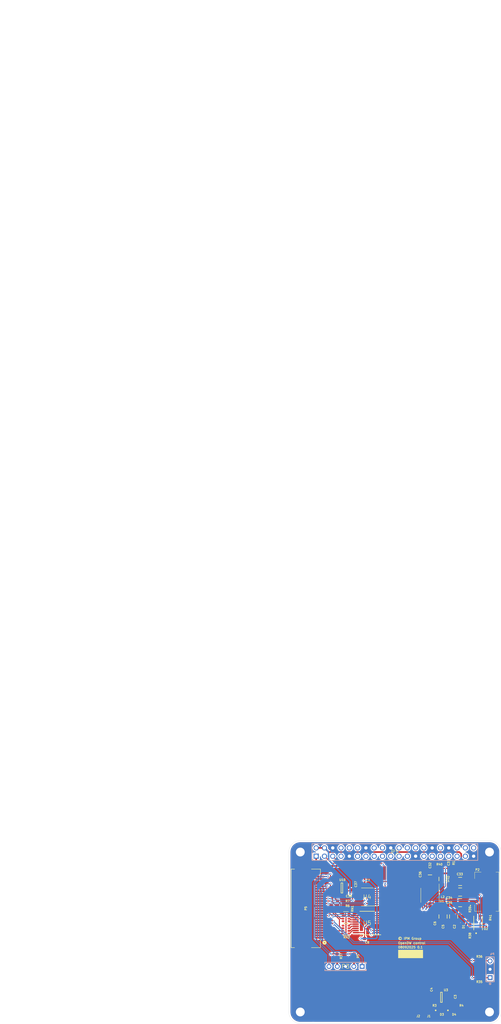
<source format=kicad_pcb>
(kicad_pcb (version 20241229) (generator "pcbnew") (generator_version "9.0")
  (title_block (title "${PRJ_Title}") (date "2025-09-08") (rev "${SCH_Rev}") (company "${ORGANIZATION}") (comment 1 "https://github.com/ipmgroup"))
  (layers (0 "F.Cu" signal "Top Layer") (2 "B.Cu" signal "Bottom Layer") (13 "F.Paste" user "Top Paste") (15 "B.Paste" user "Bottom Paste") (5 "F.SilkS" user "Top Overlay") (7 "B.SilkS" user "Bottom Overlay") (1 "F.Mask" user "Top Solder") (3 "B.Mask" user "Bottom Solder") (25 "Edge.Cuts" user))
  (property "ADDRESS1" "Berlin")
  (property "AUTHOR" "AB")
  (property "CHECKEDBY" "AB")
  (property "DOCUMENTNUMBER" "08092025")
  (property "DRAWNBY" "AB")
  (property "ENGINEER" "AB")
  (property "ORGANIZATION" "© IPM Group")
  (property "PRJ_Title" "OpenDW control")
  (property "SCH_Rev" "0.1")
  (property "SHEETTOTAL" "3")
  (net 0 "")
  (net 1 "IO1")
  (net 2 "IO0")
  (net 3 "A_IN2-")
  (net 4 "A_IN2+")
  (net 5 "A_IN1-")
  (net 6 "A_IN1+")
  (net 7 "3O3")
  (net 8 "EN")
  (net 9 "NetR39_1")
  (net 10 "NetR38_1")
  (net 11 "BIAS")
  (net 12 "NetC32_2")
  (net 13 "FB")
  (net 14 "Vin")
  (net 15 "NetC1_2")
  (net 16 "SW")
  (net 17 "3A3")
  (net 18 "NetD4_2")
  (net 19 "NetD3_2")
  (net 20 "VPP")
  (net 21 "Power_ON")
  (net 22 "NetP3_4")
  (net 23 "NetP3_2")
  (net 24 "NetP4_3")
  (net 25 "NetP4_1")
  (net 26 "IO5")
  (net 27 "IO7")
  (net 28 "IO6")
  (net 29 "NetRN2_8")
  (net 30 "NetRN2_7")
  (net 31 "NetRN2_6")
  (net 32 "NetRN2_5")
  (net 33 "NetRN1_8")
  (net 34 "NetRN1_7")
  (net 35 "NetRN1_6")
  (net 36 "NetRN1_5")
  (net 37 "nCS")
  (net 38 "MOSI")
  (net 39 "ISO_Tx-")
  (net 40 "ISO_Tx+")
  (net 41 "ISO_PWR")
  (net 42 "ISO_GND")
  (net 43 "IO2")
  (net 44 "CLK")
  (net 45 "A_OUT-")
  (net 46 "A_OUT+")
  (net 47 "3D3")
  (net 48 "SDA")
  (net 49 "SCL")
  (net 50 "GND")
  (net 51 "5V")
  (footprint "Library:SOD-123W" (layer "F.Cu") (at 169.5051 100.2536 90)
    (property "Reference" "D1")
    (property "Value" "TSSW3U45 RVG" (hide yes))
  )
  (footprint "Library:CAPC3225X250N" (layer "F.Cu") (at 168.5051 96.0036 180)
    (property "Reference" "C35")
    (property "Value" "22µF" (hide yes))
  )
  (footprint "Library:CAPC2012X135N" (layer "F.Cu") (at 162.0051 88.7536 180)
    (property "Reference" "C1")
    (property "Value" "0.47µF" (hide yes))
  )
  (footprint "Library:CAPC1608X87N" (layer "F.Cu") (at 165.0051 86.2536 -90)
    (property "Reference" "C31")
    (property "Value" "120pF" (hide yes))
  )
  (footprint "Library:LEDC1608X80N G" (layer "F.Cu") (at 166.5051 129.0036)
    (property "Reference" "D4")
    (property "Value" "Green" (hide yes))
  )
  (footprint "Library:RESC1608X55N" (layer "F.Cu") (at 131.7551 97.0036 180)
    (property "Reference" "R6")
    (property "Value" "" (hide yes))
  )
  (footprint "Library:CAPC1608X87N" (layer "F.Cu") (at 135.2551 91.2536 -90)
    (property "Reference" "C37")
    (property "Value" "1µF" (hide yes))
  )
  (footprint "Library:CAC-80P320X160-8N" (layer "F.Cu") (at 133.5051 104.2536)
    (property "Reference" "RN2")
    (property "Value" "EXB-V8V470JV" (hide yes))
  )
  (footprint "Library:MTG270_500" (layer "F.Cu") (at 177.5051 129.5036)
    (property "Reference" "B4" (hide yes))
    (property "Value" "" (hide yes))
  )
  (footprint "Library:MOLEX_5024940470" (layer "F.Cu") (at 175.9051 92.6536 90)
    (property "Reference" "P2")
    (property "Value" "5024940470" (hide yes))
  )
  (footprint "Library:MTG270_500" (layer "F.Cu") (at 177.5051 80.5036)
    (property "Reference" "B2" (hide yes))
    (property "Value" "" (hide yes))
  )
  (footprint "Library:J_pin_2x2" (layer "F.Cu") (at 158.5051 128.5036)
    (property "Reference" "J1")
    (property "Value" "2 way net tie junction" (hide yes))
  )
  (footprint "Library:DBV0005A_N" (layer "F.Cu") (at 162.7551 125.0036 180)
    (property "Reference" "U3")
    (property "Value" "TPS70633DBVR" (hide yes))
  )
  (footprint "Library:MTG270_500" (layer "F.Cu") (at 119.5051 129.5036)
    (property "Reference" "B3" (hide yes))
    (property "Value" "" (hide yes))
  )
  (footprint "Library:J_pin_2x2" (layer "F.Cu") (at 155.5051 128.5036)
    (property "Reference" "J2")
    (property "Value" "2 way net tie junction" (hide yes))
  )
  (footprint "Library:FIDUCIAL_TOP_C100-200" (layer "F.Cu") (at 179.5051 125.5036 90)
    (property "Reference" "FTG2" (hide yes))
    (property "Value" "" (hide yes))
  )
  (footprint "Library:CAPC1608X87N" (layer "F.Cu") (at 165.7551 125.0036 -90)
    (property "Reference" "C3")
    (property "Value" "1µF" (hide yes))
  )
  (footprint "Library:PANASONIC_AQY22(SSOP)" (layer "F.Cu") (at 174.0051 102.2536 90)
    (property "Reference" "U2")
    (property "Value" "PS2911-1-F3-AX" (hide yes))
  )
  (footprint "Library:RESC1608X55N" (layer "F.Cu") (at 171.5051 103.7536 90)
    (property "Reference" "R38")
    (property "Value" "10k" (hide yes))
  )
  (footprint "Library:RESC1608X55N" (layer "F.Cu") (at 130.7551 112.5036 -90)
    (property "Reference" "R37")
    (property "Value" "0 ohm" (hide yes))
  )
  (footprint "Library:MTG270_500" (layer "F.Cu") (at 119.5051 80.5036)
    (property "Reference" "B1" (hide yes))
    (property "Value" "" (hide yes))
  )
  (footprint "Library:RESC1608X55N" (layer "F.Cu") (at 166.5051 127.5036 180)
    (property "Reference" "R4")
    (property "Value" "5k1" (hide yes))
  )
  (footprint "Library:SOP65P640X120-17N" (layer "F.Cu") (at 159.2551 93.7536 -90)
    (property "Reference" "U1")
    (property "Value" "LM53602AQPWPTQ1" (hide yes))
  )
  (footprint "Library:CAPC1608X87N" (layer "F.Cu") (at 157.5051 87.5036 -90)
    (property "Reference" "C36")
    (property "Value" "0.1µF" (hide yes))
  )
  (footprint "Library:CAPC1608X87N" (layer "F.Cu") (at 140.0051 90.5036 180)
    (property "Reference" "C7")
    (property "Value" "" (hide yes))
  )
  (footprint "Library:PW16-L" (layer "F.Cu") (at 140.0051 94.2536 180)
    (property "Reference" "U4")
    (property "Value" "" (hide yes))
  )
  (footprint "Library:CAPC1608X87N" (layer "F.Cu") (at 140.0051 107.0036 180)
    (property "Reference" "C8")
    (property "Value" "" (hide yes))
  )
  (footprint "Library:CAC-80P320X160-8N" (layer "F.Cu") (at 133.5051 100.5036)
    (property "Reference" "RN1")
    (property "Value" "EXB-V8V470JV" (hide yes))
  )
  (footprint "Library:WE-MAIA_3020" (layer "F.Cu") (at 164.0051 91.7536)
    (property "Reference" "L2")
    (property "Value" "2.2 µH" (hide yes))
  )
  (footprint "Library:RESC1608X55N" (layer "F.Cu") (at 166.5051 86.2536 -90)
    (property "Reference" "R1")
    (property "Value" "100k" (hide yes))
  )
  (footprint "Library:CAPC2012X135N" (layer "F.Cu") (at 159.2551 87.5036 -90)
    (property "Reference" "C32")
    (property "Value" "3.3µF" (hide yes))
  )
  (footprint "Library:FIDUCIAL_TOP_C100-200" (layer "F.Cu") (at 123.5051 131.5036 90)
    (property "Reference" "FTG3" (hide yes))
    (property "Value" "" (hide yes))
  )
  (footprint "Library:CAPC1608X87N" (layer "F.Cu") (at 131.7551 94.0036 180)
    (property "Reference" "C38")
    (property "Value" "1µF" (hide yes))
  )
  (footprint "Library:CAPC3225X250N" (layer "F.Cu") (at 168.5051 89.5036 180)
    (property "Reference" "C33")
    (property "Value" "22µF" (hide yes))
  )
  (footprint "Library:CONN_503148_26_MOL" (layer "F.Cu") (at 121.1863 97.7536 -90)
    (property "Reference" "P5")
    (property "Value" "" (hide yes))
  )
  (footprint "Library:RESC1608X55N" (layer "F.Cu") (at 162.7551 127.5036 180)
    (property "Reference" "R3")
    (property "Value" "1k5" (hide yes))
  )
  (footprint "Library:RESC1608X55N" (layer "F.Cu") (at 176.5051 100.7536 90)
    (property "Reference" "R41")
    (property "Value" "15k" (hide yes))
  )
  (footprint "Library:RESC1608X55N" (layer "F.Cu") (at 174.2551 113.7536 180)
    (property "Reference" "R36")
    (property "Value" "0 ohm" (hide yes))
  )
  (footprint "Library:FIDUCIAL_TOP_C100-200" (layer "F.Cu") (at 179.5051 84.5036 90)
    (property "Reference" "FTG1" (hide yes))
    (property "Value" "" (hide yes))
  )
  (footprint "Library:CAPC3225X250N" (layer "F.Cu") (at 168.5051 92.7536 180)
    (property "Reference" "C34")
    (property "Value" "22µF" (hide yes))
  )
  (footprint "Library:RESC1608X55N" (layer "F.Cu") (at 162.0051 87.0036)
    (property "Reference" "R2")
    (property "Value" "3.01 ohm" (hide yes))
  )
  (footprint "Library:RESC1608X55N" (layer "F.Cu") (at 136.0051 112.5036 -90)
    (property "Reference" "R5")
    (property "Value" "" (hide yes))
  )
  (footprint "Library:DBV0005A_N" (layer "F.Cu") (at 132.2551 91.5036 180)
    (property "Reference" "U10")
    (property "Value" "TPS70633DBVR" (hide yes))
  )
  (footprint "Library:LEDC1608X80N G" (layer "F.Cu") (at 162.7551 129.0036)
    (property "Reference" "D3")
    (property "Value" "Green" (hide yes))
  )
  (footprint "Library:CAPC3225X140N" (layer "F.Cu") (at 163.2551 100.2536 90)
    (property "Reference" "C5")
    (property "Value" "10µF" (hide yes))
  )
  (footprint "Library:CAPC1608X87N" (layer "F.Cu") (at 160.7551 100.2536 90)
    (property "Reference" "C6")
    (property "Value" "1800pF" (hide yes))
  )
  (footprint "Library:CAPC3225X140N" (layer "F.Cu") (at 166.5051 100.2536 90)
    (property "Reference" "C2")
    (property "Value" "10µF" (hide yes))
  )
  (footprint "Library:RESC1608X55N" (layer "F.Cu") (at 171.5051 100.7536 -90)
    (property "Reference" "R39")
    (property "Value" "47k" (hide yes))
  )
  (footprint "Library:SOP65P780X200-20N" (layer "F.Cu") (at 140.0051 102.2536 180)
    (property "Reference" "U5")
    (property "Value" "MCP23008-E/SS" (hide yes))
  )
  (footprint "Library:CAPC1608X87N" (layer "F.Cu") (at 159.7551 125.0036 -90)
    (property "Reference" "C4")
    (property "Value" "1µF" (hide yes))
  )
  (footprint "Library:RESC1608X55N" (layer "F.Cu") (at 131.7551 95.5036 180)
    (property "Reference" "R7")
    (property "Value" "" (hide yes))
  )
  (footprint "Library:RESC1608X55N" (layer "F.Cu") (at 162.0051 85.5036)
    (property "Reference" "R40")
    (property "Value" "29k4" (hide yes))
  )
  (footprint "Library:RESC1608X55N" (layer "F.Cu") (at 174.2551 119.0036 180)
    (property "Reference" "R35")
    (property "Value" "0 ohm" (hide yes))
  )
  (footprint "Library:M20-6102045_RPI" (layer "B.Cu") (at 148.5051 80.5036)
    (property "Reference" "P1")
    (property "Value" "" (hide yes))
  )
  (footprint "Library:HDR1X5 75915-405LF" (layer "B.Cu") (at 133.3801 115.5536 180)
    (property "Reference" "P3")
    (property "Value" "" (hide yes))
  )
  (footprint "Library:HDR1X3 0901471103" (layer "B.Cu") (at 177.6801 116.4286 90)
    (property "Reference" "P4")
    (property "Value" "0901471103" (hide yes))
  )
  (gr_rect (start 149.5051 113.0036) (end 157.1251 110.4636) (fill yes) (layer "F.SilkS"))
  (gr_line (start 177.505098 133.003598) (end 177.5051 133.0036) (stroke (width 0.05)) (layer "Edge.Cuts"))
  (gr_line (start 180.997098 80.503601) (end 180.9971 80.5036) (stroke (width 0.05)) (layer "Edge.Cuts"))
  (gr_arc (start 177.505098 77.003602) (mid 179.975972 78.030384) (end 180.997098 80.503601) (stroke (width 0.05)) (layer "Edge.Cuts"))
  (gr_arc (start 116.0051 80.5036) (mid 117.030226 78.028726) (end 119.5051 77.0036) (stroke (width 0.05)) (layer "Edge.Cuts"))
  (gr_line (start 119.5051 77.0036) (end 177.505098 77.003602) (stroke (width 0.05)) (layer "Edge.Cuts"))
  (gr_line (start 177.5051 133.0036) (end 119.5051 133.0036) (stroke (width 0.05)) (layer "Edge.Cuts"))
  (gr_arc (start 180.997098 129.503602) (mid 179.975971 131.976817) (end 177.505098 133.003598) (stroke (width 0.05)) (layer "Edge.Cuts"))
  (gr_arc (start 119.5051 133.0036) (mid 117.030226 131.978474) (end 116.0051 129.5036) (stroke (width 0.05)) (layer "Edge.Cuts"))
  (gr_line (start 116.0051 129.5036) (end 116.0051 80.5036) (stroke (width 0.05)) (layer "Edge.Cuts"))
  (gr_line (start 180.9971 80.5036) (end 180.997098 129.503602) (stroke (width 0.05)) (layer "Edge.Cuts"))
  (gr_text "${DOCUMENTNUMBER} ${SCH_Rev}" (at 149.4 110.08935 0) (layer "F.SilkS") (effects (font (size 0.7 0.7)) (justify left bottom)))
  (gr_text "${ORGANIZATION}" (at 149.4 107.4 0) (layer "F.SilkS") (effects (font (size 0.7 0.7)) (justify left bottom)))
  (gr_text "${PRJ_Title}" (at 149.4 108.8 0) (layer "F.SilkS") (effects (font (size 0.7 0.7)) (justify left bottom)))
  (segment (start 133.4 99.8) (end 133.0964 100.1036) (width 0.3) (layer "F.Cu") (net 1))
  (segment (start 132.50139 98.2) (end 132.8 98.2) (width 0.3) (layer "F.Cu") (net 1))
  (segment (start 129.6 94) (end 129.6 94.1485) (width 0.3) (layer "F.Cu") (net 1))
  (segment (start 133.4 98.8) (end 133.4 99.8) (width 0.3) (layer "F.Cu") (net 1))
  (segment (start 131.8 96.3485) (end 131.8 97.49861) (width 0.3) (layer "F.Cu") (net 1))
  (segment (start 132.8 98.2) (end 133.4 98.8) (width 0.3) (layer "F.Cu") (net 1))
  (segment (start 125.5051 93.2536) (end 128.8536 93.2536) (width 0.3) (layer "F.Cu") (net 1))
  (segment (start 133.0964 100.1036) (end 132.6051 100.1036) (width 0.3) (layer "F.Cu") (net 1))
  (segment (start 129.6 94.1485) (end 130.9551 95.5036) (width 0.3) (layer "F.Cu") (net 1))
  (segment (start 131.8 97.49861) (end 132.50139 98.2) (width 0.3) (layer "F.Cu") (net 1))
  (segment (start 130.9551 95.5036) (end 131.8 96.3485) (width 0.3) (layer "F.Cu") (net 1))
  (segment (start 128.8536 93.2536) (end 129.6 94) (width 0.3) (layer "F.Cu") (net 1))
  (segment (start 130.9551 98.4536) (end 131.8051 99.3036) (width 0.3) (layer "F.Cu") (net 2))
  (segment (start 130.7528 96.8013) (end 130.9551 97.0036) (width 0.3) (layer "F.Cu") (net 2))
  (segment (start 129.4 95.8985) (end 130.3028 96.8013) (width 0.3) (layer "F.Cu") (net 2))
  (segment (start 128.8036 94.0036) (end 129.4 94.6) (width 0.3) (layer "F.Cu") (net 2))
  (segment (start 129.4 94.6) (end 129.4 95.8985) (width 0.3) (layer "F.Cu") (net 2))
  (segment (start 131.8051 99.3036) (end 132.6051 99.3036) (width 0.3) (layer "F.Cu") (net 2))
  (segment (start 130.9551 98.4536) (end 130.9551 97.0036) (width 0.3) (layer "F.Cu") (net 2))
  (segment (start 130.3028 96.8013) (end 130.7528 96.8013) (width 0.3) (layer "F.Cu") (net 2))
  (segment (start 125.5051 94.0036) (end 128.8036 94.0036) (width 0.3) (layer "F.Cu") (net 2))
  (segment (start 129.0551 111.7036) (end 130.7551 111.7036) (width 0.3) (layer "F.Cu") (net 3))
  (segment (start 125.7551 88.0036) (end 128.0051 88.0036) (width 0.3) (layer "F.Cu") (net 3))
  (segment (start 128.0051 88.0036) (end 128.0051 88.0036) (width 0.3) (layer "F.Cu") (net 3))
  (segment (start 129.0051 111.7536) (end 129.0551 111.7036) (width 0.3) (layer "F.Cu") (net 3))
  (via (at 128.0051 88.0036) (size 0.65) (drill 0.3) (layers "F.Cu" "B.Cu") (net 3))
  (via (at 129.0051 111.7536) (size 0.65) (drill 0.3) (layers "F.Cu" "B.Cu") (net 3))
  (segment (start 124.851331 89.251331) (end 124.051 90.051662) (width 0.3) (layer "B.Cu") (net 3))
  (segment (start 124.051 106.7995) (end 129.0051 111.7536) (width 0.3) (layer "B.Cu") (net 3))
  (segment (start 124.051 90.051662) (end 124.051 106.7995) (width 0.3) (layer "B.Cu") (net 3))
  (segment (start 126.09907 88.0036) (end 124.851331 89.251331) (width 0.3) (layer "B.Cu") (net 3))
  (segment (start 128.0051 88.0036) (end 126.09907 88.0036) (width 0.3) (layer "B.Cu") (net 3))
  (segment (start 128.7551 88.138898) (end 128.7551 87.2536) (width 0.3) (layer "F.Cu") (net 4))
  (segment (start 128.140398 88.7536) (end 128.7551 88.138898) (width 0.3) (layer "F.Cu") (net 4))
  (segment (start 125.5051 88.7536) (end 128.140398 88.7536) (width 0.3) (layer "F.Cu") (net 4))
  (via (at 128.7551 87.2536) (size 0.65) (drill 0.3) (layers "F.Cu" "B.Cu") (net 4))
  (segment (start 126.2551 87.2536) (end 126.8 87.2536) (width 0.3) (layer "B.Cu") (net 4))
  (segment (start 128.3001 115.5536) (end 128.3001 111.7986) (width 0.3) (layer "B.Cu") (net 4))
  (segment (start 123.6 107.0985) (end 123.6 89.864849) (width 0.3) (layer "B.Cu") (net 4))
  (segment (start 126.21125 87.2536) (end 126.8 87.2536) (width 0.3) (layer "B.Cu") (net 4))
  (segment (start 128.3001 111.7986) (end 123.6 107.0985) (width 0.3) (layer "B.Cu") (net 4))
  (segment (start 123.6 89.864849) (end 126.21125 87.2536) (width 0.3) (layer "B.Cu") (net 4))
  (segment (start 126.8 87.2536) (end 128.7551 87.2536) (width 0.3) (layer "B.Cu") (net 4))
  (segment (start 128.0051 91.7536) (end 128.7301 91.0286) (width 0.3) (layer "F.Cu") (net 5))
  (segment (start 128.7301 91.0286) (end 128.7301 90.2786) (width 0.3) (layer "F.Cu") (net 5))
  (segment (start 128.7301 90.2786) (end 128.7551 90.2536) (width 0.3) (layer "F.Cu") (net 5))
  (segment (start 134.2551 111.7536) (end 134.3051 111.7036) (width 0.3) (layer "F.Cu") (net 5))
  (segment (start 125.5051 91.7536) (end 128.0051 91.7536) (width 0.3) (layer "F.Cu") (net 5))
  (segment (start 134.3051 111.7036) (end 136.0051 111.7036) (width 0.3) (layer "F.Cu") (net 5))
  (via (at 128.7551 90.2536) (size 0.65) (drill 0.3) (layers "F.Cu" "B.Cu") (net 5))
  (via (at 134.2551 111.7536) (size 0.65) (drill 0.3) (layers "F.Cu" "B.Cu") (net 5))
  (segment (start 125.4 107) (end 125.4 92.473402) (width 0.3) (layer "B.Cu") (net 5))
  (segment (start 125.4 92.473402) (end 127.619802 90.2536) (width 0.3) (layer "B.Cu") (net 5))
  (segment (start 134.2551 111.7536) (end 130.1536 111.7536) (width 0.3) (layer "B.Cu") (net 5))
  (segment (start 127.619802 90.2536) (end 128.7551 90.2536) (width 0.3) (layer "B.Cu") (net 5))
  (segment (start 130.1536 111.7536) (end 125.4 107) (width 0.3) (layer "B.Cu") (net 5))
  (segment (start 125.5051 91.0036) (end 127.7551 91.0036) (width 0.3) (layer "F.Cu") (net 6))
  (via (at 127.7551 91.0036) (size 0.65) (drill 0.3) (layers "F.Cu" "B.Cu") (net 6))
  (segment (start 131.25075 110.94925) (end 131.2 111) (width 0.3) (layer "B.Cu") (net 6))
  (segment (start 125.851 106.81319) (end 125.851 92.9077) (width 0.3) (layer "B.Cu") (net 6))
  (segment (start 136.45075 110.94925) (end 131.25075 110.94925) (width 0.3) (layer "B.Cu") (net 6))
  (segment (start 138.4601 115.5536) (end 138.4601 112.9586) (width 0.3) (layer "B.Cu") (net 6))
  (segment (start 138.4601 112.9586) (end 136.45075 110.94925) (width 0.3) (layer "B.Cu") (net 6))
  (segment (start 130.03781 111) (end 125.851 106.81319) (width 0.3) (layer "B.Cu") (net 6))
  (segment (start 131.2 111) (end 130.03781 111) (width 0.3) (layer "B.Cu") (net 6))
  (segment (start 125.851 92.9077) (end 127.7551 91.0036) (width 0.3) (layer "B.Cu") (net 6))
  (segment (start 130.5051 92.5036) (end 130.5551 92.4536) (width 0.5) (layer "F.Cu") (net 7))
  (segment (start 130.9551 94.0036) (end 130.9551 93.9786) (width 0.5) (layer "F.Cu") (net 7))
  (segment (start 130.5551 93.5786) (end 130.9551 93.9786) (width 0.5) (layer "F.Cu") (net 7))
  (segment (start 130.5551 93.5786) (end 130.5551 92.4536) (width 0.5) (layer "F.Cu") (net 7))
  (segment (start 125.5051 92.5036) (end 130.5051 92.5036) (width 0.5) (layer "F.Cu") (net 7))
  (segment (start 158.0051 98.0036) (end 158.0051 97.93595) (width 0.3) (layer "F.Cu") (net 8))
  (segment (start 158.0051 97.93595) (end 158.2251 97.71595) (width 0.3) (layer "F.Cu") (net 8))
  (segment (start 174.7026 100.0161) (end 176.4426 100.0161) (width 0.3) (layer "F.Cu") (net 8))
  (segment (start 174.6401 100.0786) (end 174.7026 100.0161) (width 0.3) (layer "F.Cu") (net 8))
  (segment (start 174.2 101.2536) (end 174.2751 101.2536) (width 0.3) (layer "F.Cu") (net 8))
  (segment (start 158.2251 96.6786) (end 158.2801 96.6236) (width 0.3) (layer "F.Cu") (net 8))
  (segment (start 174.6401 100.8886) (end 174.6401 100.0786) (width 0.3) (layer "F.Cu") (net 8))
  (segment (start 174.2751 101.2536) (end 174.6401 100.8886) (width 0.3) (layer "F.Cu") (net 8))
  (segment (start 176.4426 100.0161) (end 176.5051 99.9536) (width 0.3) (layer "F.Cu") (net 8))
  (segment (start 158.2251 97.71595) (end 158.2251 96.6786) (width 0.3) (layer "F.Cu") (net 8))
  (via (at 158.0051 98.0036) (size 0.55) (drill 0.25) (layers "F.Cu" "B.Cu") (net 8))
  (via (at 174.2 101.2536) (size 0.55) (drill 0.25) (layers "F.Cu" "B.Cu") (net 8))
  (segment (start 174.2 101.2536) (end 174.2 96.4485) (width 0.3) (layer "B.Cu") (net 8))
  (segment (start 160.7551 95.2536) (end 158.0051 98.0036) (width 0.3) (layer "B.Cu") (net 8))
  (segment (start 174.2 96.4485) (end 173.0051 95.2536) (width 0.3) (layer "B.Cu") (net 8))
  (segment (start 173.0051 95.2536) (end 160.7551 95.2536) (width 0.3) (layer "B.Cu") (net 8))
  (segment (start 171.5676 100.0161) (end 173.3076 100.0161) (width 0.3) (layer "F.Cu") (net 9))
  (segment (start 173.3076 100.0161) (end 173.3701 100.0786) (width 0.3) (layer "F.Cu") (net 9))
  (segment (start 171.5051 99.9536) (end 171.5676 100.0161) (width 0.3) (layer "F.Cu") (net 9))
  (segment (start 171.5676 104.4911) (end 173.3076 104.4911) (width 0.3) (layer "F.Cu") (net 10))
  (segment (start 173.3076 104.4911) (end 173.3701 104.4286) (width 0.3) (layer "F.Cu") (net 10))
  (segment (start 171.5051 104.5536) (end 171.5676 104.4911) (width 0.3) (layer "F.Cu") (net 10))
  (segment (start 160.9014 87.3073) (end 160.91081 87.3073) (width 0.3) (layer "F.Cu") (net 11))
  (segment (start 158.9301 90.8836) (end 158.9301 89.7036) (width 0.3) (layer "F.Cu") (net 11))
  (segment (start 161.2051 87.01301) (end 161.2051 87.0036) (width 0.3) (layer "F.Cu") (net 11))
  (segment (start 160.91081 87.3073) (end 161.2051 87.01301) (width 0.3) (layer "F.Cu") (net 11))
  (segment (start 157.5301 88.3036) (end 158.9301 89.7036) (width 0.3) (layer "F.Cu") (net 11))
  (segment (start 160.7051 87.5036) (end 160.9014 87.3073) (width 0.3) (layer "F.Cu") (net 11))
  (segment (start 157.5301 88.3036) (end 158.3301 87.5036) (width 0.3) (layer "F.Cu") (net 11))
  (segment (start 158.3301 87.5036) (end 160.7051 87.5036) (width 0.3) (layer "F.Cu") (net 11))
  (segment (start 157.5051 88.3036) (end 157.5301 88.3036) (width 0.3) (layer "F.Cu") (net 11))
  (segment (start 159.2551 88.4036) (end 159.5801 88.7286) (width 0.3) (layer "F.Cu") (net 12))
  (segment (start 159.5801 90.8836) (end 159.5801 88.7286) (width 0.3) (layer "F.Cu") (net 12))
  (segment (start 156.9926 97.9911) (end 157.0051 98.0036) (width 0.3) (layer "F.Cu") (net 13))
  (segment (start 162.8051 85.5036) (end 162.8301 85.4786) (width 0.3) (layer "F.Cu") (net 13))
  (segment (start 156.9801 96.6236) (end 156.9926 96.6361) (width 0.3) (layer "F.Cu") (net 13))
  (segment (start 162.8051 85.5036) (end 164.0051 85.5036) (width 0.3) (layer "F.Cu") (net 13))
  (segment (start 166.4301 85.4786) (end 166.4551 85.5036) (width 0.3) (layer "F.Cu") (net 13))
  (segment (start 166.4551 85.5036) (end 166.5051 85.4536) (width 0.3) (layer "F.Cu") (net 13))
  (segment (start 156.9926 97.9911) (end 156.9926 96.6361) (width 0.3) (layer "F.Cu") (net 13))
  (segment (start 164.0051 85.5036) (end 164.0301 85.4786) (width 0.3) (layer "F.Cu") (net 13))
  (segment (start 164.0301 85.4786) (end 166.4301 85.4786) (width 0.3) (layer "F.Cu") (net 13))
  (via (at 164.0051 85.5036) (size 0.55) (drill 0.25) (layers "F.Cu" "B.Cu") (net 13))
  (via (at 157.0051 98.0036) (size 0.55) (drill 0.25) (layers "F.Cu" "B.Cu") (net 13))
  (segment (start 157.0051 98.0036) (end 164.0051 91.0036) (width 0.3) (layer "B.Cu") (net 13))
  (segment (start 164.0051 91.0036) (end 164.0051 85.5036) (width 0.3) (layer "B.Cu") (net 13))
  (segment (start 167.58195 99.73045) (end 169.5051 101.6536) (width 0.5) (layer "F.Cu") (net 14))
  (segment (start 166.5051 98.7536) (end 167.2598 98.7536) (width 0.5) (layer "F.Cu") (net 14))
  (segment (start 169.5551 101.6036) (end 171.4551 101.6036) (width 0.3) (layer "F.Cu") (net 14))
  (segment (start 171.5051 102.9536) (end 171.5051 101.5536) (width 0.3) (layer "F.Cu") (net 14))
  (segment (start 171.4551 101.6036) (end 171.5051 101.5536) (width 0.3) (layer "F.Cu") (net 14))
  (segment (start 167.58195 99.73045) (end 167.58195 99.07575) (width 0.5) (layer "F.Cu") (net 14))
  (segment (start 169.5051 101.6536) (end 169.5551 101.6036) (width 0.3) (layer "F.Cu") (net 14))
  (segment (start 167.2598 98.7536) (end 167.58195 99.07575) (width 0.5) (layer "F.Cu") (net 14))
  (segment (start 160.7301 89.3036) (end 161.1051 88.9286) (width 0.3) (layer "F.Cu") (net 15))
  (segment (start 161.1051 88.9286) (end 161.1051 88.7536) (width 0.3) (layer "F.Cu") (net 15))
  (segment (start 160.2301 89.6486) (end 160.5751 89.3036) (width 0.3) (layer "F.Cu") (net 15))
  (segment (start 160.2301 90.8836) (end 160.2301 89.6486) (width 0.3) (layer "F.Cu") (net 15))
  (segment (start 160.5751 89.3036) (end 160.7301 89.3036) (width 0.3) (layer "F.Cu") (net 15))
  (segment (start 158.5051 128.5036) (end 159.7551 127.2536) (width 0.5) (layer "F.Cu") (net 17))
  (segment (start 159.7551 127.2536) (end 159.7551 125.8036) (width 0.5) (layer "F.Cu") (net 17))
  (segment (start 161.5551 127.0536) (end 161.5551 125.9536) (width 0.5) (layer "F.Cu") (net 17))
  (segment (start 161.5551 127.0536) (end 161.9551 127.4536) (width 0.5) (layer "F.Cu") (net 17))
  (segment (start 161.9551 127.5036) (end 161.9551 127.4536) (width 0.5) (layer "F.Cu") (net 17))
  (segment (start 159.9551 126.0036) (end 161.5051 126.0036) (width 0.5) (layer "F.Cu") (net 17))
  (segment (start 161.5051 126.0036) (end 161.5551 125.9536) (width 0.5) (layer "F.Cu") (net 17))
  (segment (start 159.7551 125.8036) (end 159.9551 126.0036) (width 0.5) (layer "F.Cu") (net 17))
  (segment (start 167.3051 129.0036) (end 167.3051 127.5036) (width 0.3) (layer "F.Cu") (net 18))
  (segment (start 163.5551 129.0036) (end 163.5551 127.5036) (width 0.3) (layer "F.Cu") (net 19))
  (segment (start 172.5051 95.5036) (end 173.3551 95.5036) (width 0.5) (layer "F.Cu") (net 20))
  (segment (start 172.2551 97.3536) (end 172.2551 95.7536) (width 0.5) (layer "F.Cu") (net 20))
  (segment (start 169.5051 98.8536) (end 170.7551 98.8536) (width 0.5) (layer "F.Cu") (net 20))
  (segment (start 170.7551 98.8536) (end 172.2551 97.3536) (width 0.5) (layer "F.Cu") (net 20))
  (segment (start 172.2551 95.7536) (end 172.5051 95.5036) (width 0.5) (layer "F.Cu") (net 20))
  (segment (start 172.7551 93.6536) (end 174.6536 93.6536) (width 0.3) (layer "F.Cu") (net 21))
  (segment (start 174.6401 104.4286) (end 174.6401 102.43452) (width 0.3) (layer "F.Cu") (net 21))
  (segment (start 174.6401 102.3437) (end 174.6 102.3036) (width 0.3) (layer "F.Cu") (net 21))
  (segment (start 174.6536 93.6536) (end 174.8 93.8) (width 0.3) (layer "F.Cu") (net 21))
  (segment (start 174.6401 102.43452) (end 174.6401 102.3437) (width 0.3) (layer "F.Cu") (net 21))
  (via (at 174.8 93.8) (size 0.6) (drill 0.3) (layers "F.Cu" "B.Cu") (net 21))
  (via (at 174.6 102.3036) (size 0.6) (drill 0.3) (layers "F.Cu" "B.Cu") (net 21))
  (segment (start 174.6 102.3036) (end 174.8 102.1036) (width 0.3) (layer "B.Cu") (net 21))
  (segment (start 174.8 102.1036) (end 174.8 93.8) (width 0.3) (layer "B.Cu") (net 21))
  (segment (start 130.7976 115.5111) (end 130.7976 113.3461) (width 0.5) (layer "F.Cu") (net 22))
  (segment (start 130.7551 113.3036) (end 130.7976 113.3461) (width 0.5) (layer "F.Cu") (net 22))
  (segment (start 130.7976 115.5111) (end 130.8401 115.5536) (width 0.5) (layer "F.Cu") (net 22))
  (segment (start 135.9626 113.3461) (end 136.0051 113.3036) (width 0.5) (layer "F.Cu") (net 23))
  (segment (start 135.9626 115.5111) (end 135.9626 113.3461) (width 0.5) (layer "F.Cu") (net 23))
  (segment (start 135.9201 115.5536) (end 135.9626 115.5111) (width 0.5) (layer "F.Cu") (net 23))
  (segment (start 175.0551 113.7536) (end 175.1226 113.8211) (width 0.3) (layer "F.Cu") (net 24))
  (segment (start 177.6126 113.8211) (end 177.6801 113.8886) (width 0.3) (layer "F.Cu") (net 24))
  (segment (start 175.1226 113.8211) (end 177.6126 113.8211) (width 0.3) (layer "F.Cu") (net 24))
  (segment (start 177.6451 119.0036) (end 177.6801 118.9686) (width 0.3) (layer "F.Cu") (net 25))
  (segment (start 175.0551 119.0036) (end 177.6451 119.0036) (width 0.3) (layer "F.Cu") (net 25))
  (segment (start 128.84656 98.5036) (end 131.5051 101.16214) (width 0.3) (layer "F.Cu") (net 26))
  (segment (start 132.03967 103.78817) (end 132.53967 103.78817) (width 0.3) (layer "F.Cu") (net 26))
  (segment (start 132.53967 103.78817) (end 132.6051 103.8536) (width 0.3) (layer "F.Cu") (net 26))
  (segment (start 131.5051 103.2536) (end 132.03967 103.78817) (width 0.3) (layer "F.Cu") (net 26))
  (segment (start 131.5051 103.2536) (end 131.5051 101.16214) (width 0.3) (layer "F.Cu") (net 26))
  (segment (start 125.5051 98.5036) (end 128.84656 98.5036) (width 0.3) (layer "F.Cu") (net 26))
  (segment (start 128.5051 103.7536) (end 130.2051 105.4536) (width 0.3) (layer "F.Cu") (net 27))
  (segment (start 130.2051 105.4536) (end 132.6051 105.4536) (width 0.3) (layer "F.Cu") (net 27))
  (segment (start 125.5051 103.7536) (end 128.5051 103.7536) (width 0.3) (layer "F.Cu") (net 27))
  (segment (start 125.5051 103.0036) (end 128.5051 103.0036) (width 0.3) (layer "F.Cu") (net 28))
  (segment (start 128.5051 103.0036) (end 130.1551 104.6536) (width 0.3) (layer "F.Cu") (net 28))
  (segment (start 130.1551 104.6536) (end 132.6051 104.6536) (width 0.3) (layer "F.Cu") (net 28))
  (segment (start 134.8801 102.5786) (end 134.4051 103.0536) (width 0.3) (layer "F.Cu") (net 29))
  (segment (start 136.5051 102.5786) (end 134.8801 102.5786) (width 0.3) (layer "F.Cu") (net 29))
  (segment (start 136.5051 103.2286) (end 135.254044 103.2286) (width 0.3) (layer "F.Cu") (net 30))
  (segment (start 134.629044 103.8536) (end 134.4051 103.8536) (width 0.3) (layer "F.Cu") (net 30))
  (segment (start 135.254044 103.2286) (end 134.629044 103.8536) (width 0.3) (layer "F.Cu") (net 30))
  (segment (start 135.566234 103.8786) (end 134.791234 104.6536) (width 0.3) (layer "F.Cu") (net 31))
  (segment (start 134.791234 104.6536) (end 134.4051 104.6536) (width 0.3) (layer "F.Cu") (net 31))
  (segment (start 136.5051 103.8786) (end 135.566234 103.8786) (width 0.3) (layer "F.Cu") (net 31))
  (segment (start 134.629044 105.4536) (end 134.4051 105.4536) (width 0.3) (layer "F.Cu") (net 32))
  (segment (start 136.5051 104.5286) (end 135.554044 104.5286) (width 0.3) (layer "F.Cu") (net 32))
  (segment (start 135.554044 104.5286) (end 134.629044 105.4536) (width 0.3) (layer "F.Cu") (net 32))
  (segment (start 134.629044 99.3036) (end 134.4051 99.3036) (width 0.3) (layer "F.Cu") (net 33))
  (segment (start 135.304044 99.9786) (end 134.629044 99.3036) (width 0.3) (layer "F.Cu") (net 33))
  (segment (start 136.5051 99.9786) (end 135.304044 99.9786) (width 0.3) (layer "F.Cu") (net 33))
  (segment (start 136.5051 100.6286) (end 135.154044 100.6286) (width 0.3) (layer "F.Cu") (net 34))
  (segment (start 134.629044 100.1036) (end 134.4051 100.1036) (width 0.3) (layer "F.Cu") (net 34))
  (segment (start 135.154044 100.6286) (end 134.629044 100.1036) (width 0.3) (layer "F.Cu") (net 34))
  (segment (start 136.5051 101.2786) (end 135.004044 101.2786) (width 0.3) (layer "F.Cu") (net 35))
  (segment (start 134.629044 100.9036) (end 134.4051 100.9036) (width 0.3) (layer "F.Cu") (net 35))
  (segment (start 135.004044 101.2786) (end 134.629044 100.9036) (width 0.3) (layer "F.Cu") (net 35))
  (segment (start 136.5051 101.9286) (end 134.6301 101.9286) (width 0.3) (layer "F.Cu") (net 36))
  (segment (start 134.6301 101.9286) (end 134.4051 101.7036) (width 0.3) (layer "F.Cu") (net 36))
  (segment (start 139.5051 96.2536) (end 140.84981 96.2536) (width 0.3) (layer "F.Cu") (net 37))
  (segment (start 141.12481 96.5286) (end 143.0237 96.5286) (width 0.3) (layer "F.Cu") (net 37))
  (segment (start 125.5051 96.2536) (end 128.0051 96.2536) (width 0.3) (layer "F.Cu") (net 37))
  (segment (start 140.84981 96.2536) (end 141.12481 96.5286) (width 0.3) (layer "F.Cu") (net 37))
  (via (at 139.5051 96.2536) (size 0.65) (drill 0.3) (layers "F.Cu" "B.Cu") (net 37))
  (via (at 128.0051 96.2536) (size 0.65) (drill 0.3) (layers "F.Cu" "B.Cu") (net 37))
  (segment (start 128.1515 96.4) (end 139.3587 96.4) (width 0.3) (layer "B.Cu") (net 37))
  (segment (start 139.3587 96.4) (end 139.5051 96.2536) (width 0.3) (layer "B.Cu") (net 37))
  (segment (start 128.0051 96.2536) (end 128.1515 96.4) (width 0.3) (layer "B.Cu") (net 37))
  (segment (start 139.5051 95.0036) (end 141.2301 93.2786) (width 0.3) (layer "F.Cu") (net 38))
  (segment (start 125.5051 95.5036) (end 128.7551 95.5036) (width 0.3) (layer "F.Cu") (net 38))
  (segment (start 141.2301 93.2786) (end 143.0237 93.2786) (width 0.3) (layer "F.Cu") (net 38))
  (via (at 139.5051 95.0036) (size 0.65) (drill 0.3) (layers "F.Cu" "B.Cu") (net 38))
  (via (at 128.7551 95.5036) (size 0.65) (drill 0.3) (layers "F.Cu" "B.Cu") (net 38))
  (segment (start 129.1311 95.8796) (end 138.6291 95.8796) (width 0.3) (layer "B.Cu") (net 38))
  (segment (start 138.6291 95.8796) (end 139.5051 95.0036) (width 0.3) (layer "B.Cu") (net 38))
  (segment (start 128.7551 95.5036) (end 129.1311 95.8796) (width 0.3) (layer "B.Cu") (net 38))
  (segment (start 125.5051 97.7536) (end 128.7551 97.7536) (width 0.3) (layer "F.Cu") (net 43))
  (segment (start 131.9051 100.9036) (end 132.6051 100.9036) (width 0.3) (layer "F.Cu") (net 43))
  (segment (start 128.7551 97.7536) (end 131.9051 100.9036) (width 0.3) (layer "F.Cu") (net 43))
  (segment (start 135.5051 95.2536) (end 135.5051 94.0036) (width 0.3) (layer "F.Cu") (net 44))
  (segment (start 125.5051 94.7536) (end 128.0051 94.7536) (width 0.3) (layer "F.Cu") (net 44))
  (segment (start 135.5051 94.0036) (end 136.2301 93.2786) (width 0.3) (layer "F.Cu") (net 44))
  (segment (start 136.2301 93.2786) (end 137.4865 93.2786) (width 0.3) (layer "F.Cu") (net 44))
  (via (at 128.0051 94.7536) (size 0.65) (drill 0.3) (layers "F.Cu" "B.Cu") (net 44))
  (via (at 135.5051 95.2536) (size 0.65) (drill 0.3) (layers "F.Cu" "B.Cu") (net 44))
  (segment (start 129.5051 95.2536) (end 135.5051 95.2536) (width 0.3) (layer "B.Cu") (net 44))
  (segment (start 129.0051 94.7536) (end 129.5051 95.2536) (width 0.3) (layer "B.Cu") (net 44))
  (segment (start 128.0051 94.7536) (end 129.0051 94.7536) (width 0.3) (layer "B.Cu") (net 44))
  (segment (start 172.2551 113.7536) (end 173.4551 113.7536) (width 0.3) (layer "F.Cu") (net 45))
  (segment (start 129.5051 101.5036) (end 129.7551 101.7536) (width 0.3) (layer "F.Cu") (net 45))
  (segment (start 125.5051 101.5036) (end 129.5051 101.5036) (width 0.3) (layer "F.Cu") (net 45))
  (via (at 129.7551 101.7536) (size 0.65) (drill 0.3) (layers "F.Cu" "B.Cu") (net 45))
  (via (at 172.2551 113.7536) (size 0.65) (drill 0.3) (layers "F.Cu" "B.Cu") (net 45))
  (segment (start 171.2551 113.7536) (end 172.2551 113.7536) (width 0.3) (layer "B.Cu") (net 45))
  (segment (start 165.5051 108.0036) (end 171.2551 113.7536) (width 0.3) (layer "B.Cu") (net 45))
  (segment (start 136.0051 108.0036) (end 165.5051 108.0036) (width 0.3) (layer "B.Cu") (net 45))
  (segment (start 129.7551 101.7536) (end 136.0051 108.0036) (width 0.3) (layer "B.Cu") (net 45))
  (segment (start 129.2551 102.2536) (end 129.7551 102.7536) (width 0.3) (layer "F.Cu") (net 46))
  (segment (start 172.2551 119.0036) (end 173.4551 119.0036) (width 0.3) (layer "F.Cu") (net 46))
  (segment (start 125.5051 102.2536) (end 129.2551 102.2536) (width 0.3) (layer "F.Cu") (net 46))
  (via (at 129.7551 102.7536) (size 0.65) (drill 0.3) (layers "F.Cu" "B.Cu") (net 46))
  (via (at 172.2551 119.0036) (size 0.65) (drill 0.3) (layers "F.Cu" "B.Cu") (net 46))
  (segment (start 165.0051 108.5036) (end 172.2551 115.7536) (width 0.3) (layer "B.Cu") (net 46))
  (segment (start 129.82207 102.82057) (end 130.07207 102.82057) (width 0.3) (layer "B.Cu") (net 46))
  (segment (start 129.7551 102.7536) (end 129.82207 102.82057) (width 0.3) (layer "B.Cu") (net 46))
  (segment (start 130.07207 102.82057) (end 135.7551 108.5036) (width 0.3) (layer "B.Cu") (net 46))
  (segment (start 135.7551 108.5036) (end 165.0051 108.5036) (width 0.3) (layer "B.Cu") (net 46))
  (segment (start 172.2551 119.0036) (end 172.2551 115.7536) (width 0.3) (layer "B.Cu") (net 46))
  (segment (start 124.3751 83.3736) (end 124.3751 81.7736) (width 0.5) (layer "F.Cu") (net 47))
  (segment (start 139.2051 105.2786) (end 139.2051 103.5536) (width 0.3) (layer "F.Cu") (net 47))
  (segment (start 124.3751 83.3736) (end 125.7551 84.7536) (width 0.5) (layer "F.Cu") (net 47))
  (segment (start 137.2365 93.9286) (end 138.8301 93.9286) (width 0.3) (layer "F.Cu") (net 47))
  (segment (start 139.2051 103.5536) (end 140.8301 101.9286) (width 0.3) (layer "F.Cu") (net 47))
  (segment (start 136.5051 105.1786) (end 139.1051 105.1786) (width 0.3) (layer "F.Cu") (net 47))
  (segment (start 138.8301 93.9286) (end 139.2551 93.5036) (width 0.3) (layer "F.Cu") (net 47))
  (segment (start 139.1051 105.1786) (end 139.2051 105.2786) (width 0.3) (layer "F.Cu") (net 47))
  (segment (start 139.2051 107.0036) (end 139.2051 105.2786) (width 0.3) (layer "F.Cu") (net 47))
  (segment (start 139.2551 93.5036) (end 139.2551 90.5536) (width 0.3) (layer "F.Cu") (net 47))
  (segment (start 140.8301 101.9286) (end 143.5051 101.9286) (width 0.3) (layer "F.Cu") (net 47))
  (segment (start 139.2051 90.5036) (end 139.2551 90.5536) (width 0.3) (layer "F.Cu") (net 47))
  (segment (start 125.7551 84.7536) (end 135.7551 84.7536) (width 0.5) (layer "F.Cu") (net 47))
  (segment (start 139.2051 90.5036) (end 139.2051 88.2036) (width 0.5) (layer "F.Cu") (net 47))
  (segment (start 135.7551 84.7536) (end 139.2051 88.2036) (width 0.5) (layer "F.Cu") (net 47))
  (segment (start 138.0051 107.0036) (end 139.2051 107.0036) (width 0.5) (layer "F.Cu") (net 47))
  (via (at 139.2551 89.2536) (size 0.65) (drill 0.3) (layers "F.Cu" "B.Cu") (net 47))
  (via (at 138.0051 107.0036) (size 0.65) (drill 0.3) (layers "F.Cu" "B.Cu") (net 47))
  (segment (start 142.7122 107.0036) (end 143.0051 106.7107) (width 0.5) (layer "B.Cu") (net 47))
  (segment (start 143.0051 106.7107) (end 143.0051 91.5036) (width 0.5) (layer "B.Cu") (net 47))
  (segment (start 139.2551 89.2536) (end 140.7551 89.2536) (width 0.5) (layer "B.Cu") (net 47))
  (segment (start 138.0051 107.0036) (end 142.7122 107.0036) (width 0.5) (layer "B.Cu") (net 47))
  (segment (start 140.7551 89.2536) (end 143.0051 91.5036) (width 0.5) (layer "B.Cu") (net 47))
  (segment (start 129.07842 83.93692) (end 144.33018 83.93692) (width 0.25) (layer "F.Cu") (net 48))
  (segment (start 141.2551 104.5036) (end 141.2676 104.5161) (width 0.25) (layer "F.Cu") (net 48))
  (segment (start 145.5051 92.7536) (end 145.5051 90.5036) (width 0.25) (layer "F.Cu") (net 48))
  (segment (start 143.4926 104.5161) (end 143.5051 104.5286) (width 0.25) (layer "F.Cu") (net 48))
  (segment (start 142.7737 92.6286) (end 145.3801 92.6286) (width 0.25) (layer "F.Cu") (net 48))
  (segment (start 144.64686 84.2536) (end 144.7551 84.2536) (width 0.25) (layer "F.Cu") (net 48))
  (segment (start 144.33018 83.93692) (end 144.64686 84.2536) (width 0.25) (layer "F.Cu") (net 48))
  (segment (start 141.2676 104.5161) (end 143.4926 104.5161) (width 0.25) (layer "F.Cu") (net 48))
  (segment (start 143.5051 104.5286) (end 144.9801 104.5286) (width 0.25) (layer "F.Cu") (net 48))
  (segment (start 145.5051 104.0036) (end 145.5051 92.7536) (width 0.25) (layer "F.Cu") (net 48))
  (segment (start 125.5051 100.0036) (end 128.2551 100.0036) (width 0.25) (layer "F.Cu") (net 48))
  (segment (start 145.3801 92.6286) (end 145.5051 92.7536) (width 0.25) (layer "F.Cu") (net 48))
  (segment (start 126.9151 81.7736) (end 129.07842 83.93692) (width 0.25) (layer "F.Cu") (net 48))
  (segment (start 144.9801 104.5286) (end 145.5051 104.0036) (width 0.25) (layer "F.Cu") (net 48))
  (via (at 141.2551 104.5036) (size 0.65) (drill 0.3) (layers "F.Cu" "B.Cu") (net 48))
  (via (at 145.5051 90.5036) (size 0.65) (drill 0.3) (layers "F.Cu" "B.Cu") (net 48))
  (via (at 128.2551 100.0036) (size 0.65) (drill 0.3) (layers "F.Cu" "B.Cu") (net 48))
  (via (at 144.7551 84.2536) (size 0.65) (drill 0.3) (layers "F.Cu" "B.Cu") (net 48))
  (segment (start 128.6061 99.6526) (end 136.4041 99.6526) (width 0.25) (layer "B.Cu") (net 48))
  (segment (start 144.7551 84.2536) (end 145.5051 85.0036) (width 0.25) (layer "B.Cu") (net 48))
  (segment (start 145.5051 90.5036) (end 145.5051 85.0036) (width 0.25) (layer "B.Cu") (net 48))
  (segment (start 128.2551 100.0036) (end 128.6061 99.6526) (width 0.25) (layer "B.Cu") (net 48))
  (segment (start 136.4041 99.6526) (end 141.2551 104.5036) (width 0.25) (layer "B.Cu") (net 48))
  (segment (start 143.7551 90.7671) (end 145.0186 89.5036) (width 0.25) (layer "F.Cu") (net 49))
  (segment (start 141.8301 105.1786) (end 143.5051 105.1786) (width 0.25) (layer "F.Cu") (net 49))
  (segment (start 129.4551 81.7736) (end 131.1851 83.5036) (width 0.25) (layer "F.Cu") (net 49))
  (segment (start 142.7737 91.9786) (end 143.3071 91.9786) (width 0.25) (layer "F.Cu") (net 49))
  (segment (start 143.3071 91.9786) (end 143.7551 91.5306) (width 0.25) (layer "F.Cu") (net 49))
  (segment (start 143.5051 105.1786) (end 144.94291 105.1786) (width 0.25) (layer "F.Cu") (net 49))
  (segment (start 141.2551 105.7536) (end 141.8301 105.1786) (width 0.25) (layer "F.Cu") (net 49))
  (segment (start 125.5051 99.2536) (end 128.5051 99.2536) (width 0.25) (layer "F.Cu") (net 49))
  (segment (start 128.5051 99.2536) (end 129.5051 100.2536) (width 0.25) (layer "F.Cu") (net 49))
  (segment (start 146.2551 103.86641) (end 146.2551 89.5036) (width 0.25) (layer "F.Cu") (net 49))
  (segment (start 131.1851 83.5036) (end 145.0051 83.5036) (width 0.25) (layer "F.Cu") (net 49))
  (segment (start 146.2551 89.5036) (end 146.2551 84.7536) (width 0.25) (layer "F.Cu") (net 49))
  (segment (start 143.7551 91.5306) (end 143.7551 90.7671) (width 0.25) (layer "F.Cu") (net 49))
  (segment (start 144.94291 105.1786) (end 146.2551 103.86641) (width 0.25) (layer "F.Cu") (net 49))
  (segment (start 145.0051 83.5036) (end 146.2551 84.7536) (width 0.25) (layer "F.Cu") (net 49))
  (segment (start 145.0186 89.5036) (end 146.2551 89.5036) (width 0.25) (layer "F.Cu") (net 49))
  (via (at 129.5051 100.2536) (size 0.65) (drill 0.3) (layers "F.Cu" "B.Cu") (net 49))
  (via (at 141.2551 105.7536) (size 0.65) (drill 0.3) (layers "F.Cu" "B.Cu") (net 49))
  (segment (start 135.7551 100.2536) (end 141.2551 105.7536) (width 0.25) (layer "B.Cu") (net 49))
  (segment (start 129.5051 100.2536) (end 135.7551 100.2536) (width 0.25) (layer "B.Cu") (net 49))
  (segment (start 168.2551 80.5036) (end 168.8301 81.0786) (width 0.5) (layer "F.Cu") (net 51))
  (segment (start 162.8051 87.0036) (end 162.8301 87.0286) (width 0.5) (layer "F.Cu") (net 51))
  (segment (start 162.8301 87.0286) (end 164.9801 87.0286) (width 0.5) (layer "F.Cu") (net 51))
  (segment (start 165.7051 127.5036) (end 165.7301 127.4786) (width 0.3) (layer "F.Cu") (net 51))
  (segment (start 135.0301 92.2786) (end 135.2551 92.0536) (width 0.3) (layer "F.Cu") (net 51))
  (segment (start 132.672 92.42049) (end 133.42199 92.42049) (width 0.3) (layer "F.Cu") (net 51))
  (segment (start 162.9551 125.67786) (end 162.9551 124.22934) (width 0.3) (layer "F.Cu") (net 51))
  (segment (start 162.9551 125.67786) (end 163.23084 125.9536) (width 0.3) (layer "F.Cu") (net 51))
  (segment (start 165.7301 127.4786) (end 165.7301 125.8286) (width 0.3) (layer "F.Cu") (net 51))
  (segment (start 168.8301 85.6786) (end 168.8301 81.0786) (width 0.5) (layer "F.Cu") (net 51))
  (segment (start 128.1851 80.5036) (end 168.2551 80.5036) (width 0.5) (layer "F.Cu") (net 51))
  (segment (start 133.42199 92.42049) (end 133.4551 92.4536) (width 0.3) (layer "F.Cu") (net 51))
  (segment (start 167.2551 87.2536) (end 168.8301 85.6786) (width 0.5) (layer "F.Cu") (net 51))
  (segment (start 176.5051 105.0036) (end 176.5051 103.0036) (width 0.5) (layer "F.Cu") (net 51))
  (segment (start 164.0301 125.8786) (end 165.6801 125.8786) (width 0.3) (layer "F.Cu") (net 51))
  (segment (start 132.2551 91.0036) (end 132.672 90.5867) (width 0.3) (layer "F.Cu") (net 51))
  (segment (start 175.2051 125.8036) (end 179.5051 121.5036) (width 0.5) (layer "F.Cu") (net 51))
  (segment (start 135.0301 92.3786) (end 135.0301 92.2786) (width 0.3) (layer "F.Cu") (net 51))
  (segment (start 132.2551 92.00359) (end 132.2551 91.0036) (width 0.3) (layer "F.Cu") (net 51))
  (segment (start 163.9551 125.9536) (end 164.0301 125.8786) (width 0.3) (layer "F.Cu") (net 51))
  (segment (start 165.7551 125.8036) (end 175.2051 125.8036) (width 0.5) (layer "F.Cu") (net 51))
  (segment (start 134.7551 93.2536) (end 135.0301 92.9786) (width 0.3) (layer "F.Cu") (net 51))
  (segment (start 133.5301 92.3786) (end 135.0301 92.3786) (width 0.3) (layer "F.Cu") (net 51))
  (segment (start 176.5051 105.0036) (end 179.5051 108.0036) (width 0.5) (layer "F.Cu") (net 51))
  (segment (start 133.4551 92.4536) (end 133.5301 92.3786) (width 0.3) (layer "F.Cu") (net 51))
  (segment (start 126.9151 79.2336) (end 128.1851 80.5036) (width 0.5) (layer "F.Cu") (net 51))
  (segment (start 132.2551 92.00359) (end 132.672 92.42049) (width 0.3) (layer "F.Cu") (net 51))
  (segment (start 132.672 90.5867) (end 133.422 90.5867) (width 0.3) (layer "F.Cu") (net 51))
  (segment (start 165.6801 125.8786) (end 165.7301 125.8286) (width 0.3) (layer "F.Cu") (net 51))
  (segment (start 135.1801 92.3786) (end 135.2551 92.3036) (width 0.3) (layer "F.Cu") (net 51))
  (segment (start 135.0301 92.9786) (end 135.0301 92.3786) (width 0.3) (layer "F.Cu") (net 51))
  (segment (start 164.9801 87.0286) (end 165.0051 87.0536) (width 0.5) (layer "F.Cu") (net 51))
  (segment (start 165.7301 125.8286) (end 165.7551 125.8036) (width 0.3) (layer "F.Cu") (net 51))
  (segment (start 163.23084 125.9536) (end 163.9551 125.9536) (width 0.3) (layer "F.Cu") (net 51))
  (segment (start 163.13084 124.0536) (end 163.9551 124.0536) (width 0.3) (layer "F.Cu") (net 51))
  (segment (start 135.0301 92.3786) (end 135.1801 92.3786) (width 0.3) (layer "F.Cu") (net 51))
  (segment (start 124.3751 79.2336) (end 126.9151 79.2336) (width 0.5) (layer "F.Cu") (net 51))
  (segment (start 133.422 90.5867) (end 133.4551 90.5536) (width 0.3) (layer "F.Cu") (net 51))
  (segment (start 162.9551 124.22934) (end 163.13084 124.0536) (width 0.3) (layer "F.Cu") (net 51))
  (segment (start 179.5051 121.5036) (end 179.5051 108.0036) (width 0.5) (layer "F.Cu") (net 51))
  (via (at 134.7551 93.2536) (size 0.65) (drill 0.3) (layers "F.Cu" "B.Cu") (net 51))
  (via (at 165.2551 96.7536) (size 0.55) (drill 0.25) (layers "F.Cu" "B.Cu") (net 51))
  (via (at 176.5051 103.0036) (size 0.55) (drill 0.25) (layers "F.Cu" "B.Cu") (net 51))
  (segment (start 126.9851 79.2336) (end 128.1801 80.4286) (width 0.5) (layer "B.Cu") (net 51))
  (segment (start 134.7551 93.2536) (end 134.7551 89.5036) (width 0.5) (layer "B.Cu") (net 51))
  (segment (start 165.2551 96.7536) (end 171.5051 103.0036) (width 0.5) (layer "B.Cu") (net 51))
  (segment (start 126.9151 79.2336) (end 126.9851 79.2336) (width 0.5) (layer "B.Cu") (net 51))
  (segment (start 128.1801 82.9286) (end 128.1801 80.4286) (width 0.5) (layer "B.Cu") (net 51))
  (segment (start 128.1801 82.9286) (end 134.7551 89.5036) (width 0.5) (layer "B.Cu") (net 51))
  (segment (start 171.5051 103.0036) (end 176.5051 103.0036) (width 0.5) (layer "B.Cu") (net 51))
  (zone (net 50) (net_name "GND") (layer "F.Cu") (connect_pads yes (clearance 0.35)) (min_thickness 0.25) (fill yes (thermal_gap 0.254) (thermal_bridge_width 0.254))
    (polygon (pts (xy 115.93571 77.22524) (xy 180.93571 77.22524) (xy 180.93571 133.22524) (xy 115.93571 133.22524)))
  )
  (zone (net 14) (net_name "Vin") (layer "F.Cu") (priority 2) (connect_pads yes (clearance 0.5)) (min_thickness 0.25) (fill yes (thermal_gap 0.254) (thermal_bridge_width 0.254))
    (polygon (pts (xy 158.7551 96.0036) (xy 159.7551 96.0036) (xy 159.7551 97.7536) (xy 160.0051 98.0036) (xy 167.7551 98.0036) (xy 167.7551 99.2536) (xy 159.5051 99.2536) (xy 158.7551 98.5036)))
  )
  (zone (net 16) (net_name "SW") (layer "F.Cu") (priority 3) (connect_pads yes (clearance 0.5)) (min_thickness 0.25) (fill yes (thermal_gap 0.254) (thermal_bridge_width 0.254))
    (polygon (pts (xy 160.7551 90.2536) (xy 162.5051 90.2536) (xy 162.5051 88.0036) (xy 163.5051 88.0036) (xy 163.5051 91.5036) (xy 160.7551 91.5036)))
  )
  (zone (net 51) (net_name "5V") (layer "F.Cu") (priority 4) (connect_pads yes (clearance 0.5)) (min_thickness 0.25) (fill yes (thermal_gap 0.254) (thermal_bridge_width 0.254))
    (polygon (pts (xy 164.5051 86.7536) (xy 167.5051 86.7536) (xy 167.5051 97.5036) (xy 167.2551 97.2536) (xy 164.5051 97.2536)))
  )
  (zone (net 50) (net_name "GND") (layer "B.Cu") (priority 1) (connect_pads yes (clearance 0.35)) (min_thickness 0.25) (fill yes (thermal_gap 0.254) (thermal_bridge_width 0.254))
    (polygon (pts (xy 116.0051 77.0036) (xy 181.0051 77.0036) (xy 181.0051 133.0036) (xy 116.0051 133.0036)))
  )
)
</source>
